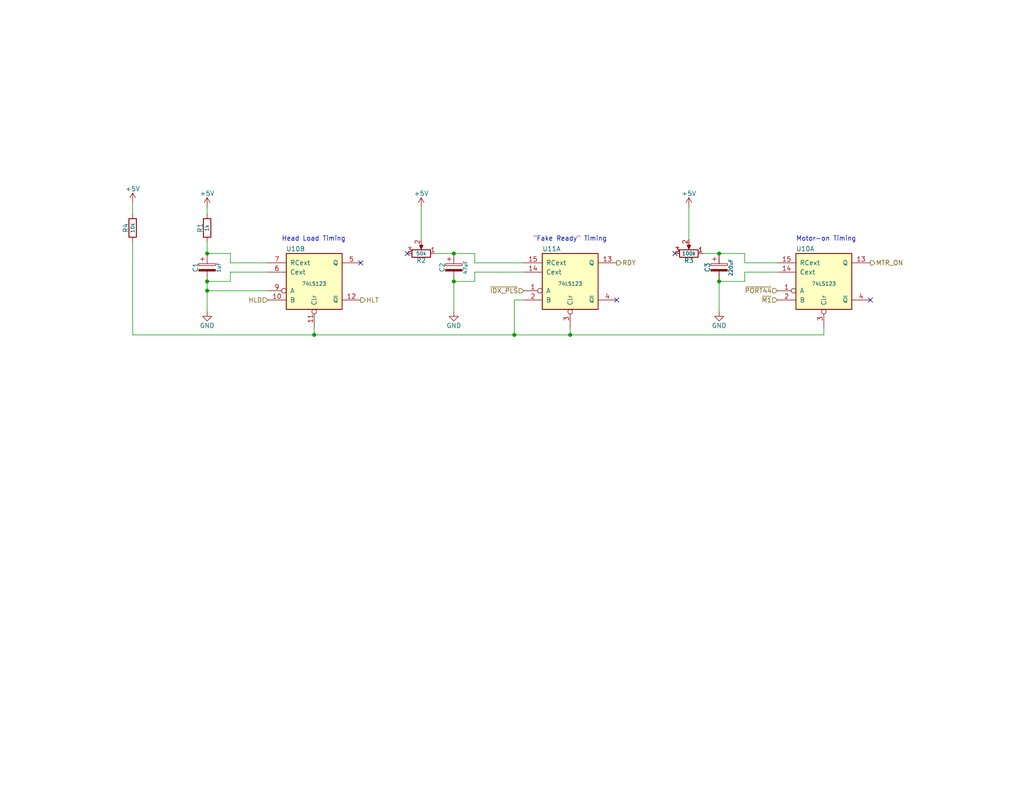
<source format=kicad_sch>
(kicad_sch (version 20250114) (generator "eeschema") (generator_version "9.0")
  (paper "USLetter")
  (title_block (title "Sorcerer Dream Disk") (date "2025-05-04") (rev "1.1") (company "Marcel Erz (RetroStack), John Halkiadakis, Michael Borthwick (Exidyboy)") (comment 2 "3 monostale multivibrators defining timing of system") (comment 4 "Timer"))
  (lib_symbols
    (symbol "+5V_5" (power) (pin_numbers (hide yes)) (pin_names (offset 0) (hide yes))
      (property "Value" "+5V" (at 0 3.556 0))
      (symbol "+5V_5_0_1"
        (polyline (pts (xy -0.762 1.27) (xy 0 2.54)))
        (polyline (pts (xy 0 2.54) (xy 0.762 1.27)))
        (polyline (pts (xy 0 0) (xy 0 2.54)))
      )
      (symbol "+5V_5_1_1"
        (pin power_in line (at 0 0 90) (length 0) (name "~") (number "1"))
      )
    )
    (symbol "74xx:74LS123" (pin_names (offset 1.016))
      (property "Reference" "U" (at -7.62 8.89 0))
      (property "Value" "74LS123" (at -7.62 -8.89 0))
      (symbol "74LS123_1_0"
        (pin input line (at -12.7 5.08 0) (length 5.08) (name "RCext") (number "15"))
        (pin input line (at -12.7 2.54 0) (length 5.08) (name "Cext") (number "14"))
        (pin input inverted (at -12.7 -2.54 0) (length 5.08) (name "A") (number "1"))
        (pin input line (at -12.7 -5.08 0) (length 5.08) (name "B") (number "2"))
        (pin input inverted (at 0 -12.7 90) (length 5.08) (name "Clr") (number "3"))
        (pin output line (at 12.7 5.08 180) (length 5.08) (name "Q") (number "13"))
        (pin output line (at 12.7 -5.08 180) (length 5.08) (name "~{Q}") (number "4"))
      )
      (symbol "74LS123_1_1"
        (rectangle (start -7.62 7.62) (end 7.62 -7.62) (stroke (width 0.254)) (fill (type background)))
      )
      (symbol "74LS123_2_0"
        (pin input line (at -12.7 5.08 0) (length 5.08) (name "RCext") (number "7"))
        (pin input line (at -12.7 2.54 0) (length 5.08) (name "Cext") (number "6"))
        (pin input inverted (at -12.7 -2.54 0) (length 5.08) (name "A") (number "9"))
        (pin input line (at -12.7 -5.08 0) (length 5.08) (name "B") (number "10"))
        (pin input inverted (at 0 -12.7 90) (length 5.08) (name "Clr") (number "11"))
        (pin output line (at 12.7 5.08 180) (length 5.08) (name "Q") (number "5"))
        (pin output line (at 12.7 -5.08 180) (length 5.08) (name "~{Q}") (number "12"))
      )
      (symbol "74LS123_2_1"
        (rectangle (start -7.62 7.62) (end 7.62 -7.62) (stroke (width 0.254)) (fill (type background)))
      )
      (symbol "74LS123_3_0"
        (pin power_in line (at 0 12.7 270) (length 5.08) (name "VCC") (number "16"))
        (pin power_in line (at 0 -12.7 90) (length 5.08) (name "GND") (number "8"))
      )
      (symbol "74LS123_3_1"
        (rectangle (start -5.08 7.62) (end 5.08 -7.62) (stroke (width 0.254)) (fill (type background)))
      )
    )
    (symbol "Device:C_Polarized" (pin_numbers (hide yes)) (pin_names (offset 0.254))
      (property "Reference" "C" (at 0.635 2.54 0))
      (property "Value" "C_Polarized" (at 0.635 -2.54 0))
      (symbol "C_Polarized_0_1"
        (rectangle (start -2.286 0.508) (end 2.286 1.016))
        (polyline (pts (xy -1.778 2.286) (xy -0.762 2.286)))
        (polyline (pts (xy -1.27 2.794) (xy -1.27 1.778)))
        (rectangle (start 2.286 -0.508) (end -2.286 -1.016) (fill (type outline)))
      )
      (symbol "C_Polarized_1_1"
        (pin passive line (at 0 3.81 270) (length 2.794) (name "~") (number "1"))
        (pin passive line (at 0 -3.81 90) (length 2.794) (name "~") (number "2"))
      )
    )
    (symbol "Device:R" (pin_numbers (hide yes)) (pin_names (offset 0))
      (property "Reference" "R" (at 2.032 0 90))
      (property "Value" "R" (at 0 0 90))
      (symbol "R_0_1"
        (rectangle (start -1.016 -2.54) (end 1.016 2.54) (stroke (width 0.254)))
      )
      (symbol "R_1_1"
        (pin passive line (at 0 3.81 270) (length 1.27) (name "~") (number "1"))
        (pin passive line (at 0 -3.81 90) (length 1.27) (name "~") (number "2"))
      )
    )
    (symbol "Device:R_Potentiometer" (pin_names (offset 1.016) (hide yes))
      (property "Reference" "RV" (at -4.445 0 90))
      (property "Value" "R_Potentiometer" (at -2.54 0 90))
      (symbol "R_Potentiometer_0_1"
        (rectangle (start 1.016 2.54) (end -1.016 -2.54) (stroke (width 0.254)))
        (polyline (pts (xy 1.143 0) (xy 2.286 0.508) (xy 2.286 -0.508) (xy 1.143 0)) (fill (type outline)))
        (polyline (pts (xy 2.54 0) (xy 1.524 0)))
      )
      (symbol "R_Potentiometer_1_1"
        (pin passive line (at 0 3.81 270) (length 1.27) (name "1") (number "1"))
        (pin passive line (at 0 -3.81 90) (length 1.27) (name "3") (number "3"))
        (pin passive line (at 3.81 0 180) (length 1.27) (name "2") (number "2"))
      )
    )
    (symbol "GND_1" (power) (pin_numbers (hide yes)) (pin_names (offset 0) (hide yes))
      (property "Value" "GND" (at 0 -3.81 0))
      (symbol "GND_1_0_1"
        (polyline (pts (xy 0 0) (xy 0 -1.27) (xy 1.27 -1.27) (xy 0 -2.54) (xy -1.27 -1.27) (xy 0 -1.27)))
      )
      (symbol "GND_1_1_1"
        (pin power_in line (at 0 0 270) (length 0) (name "~") (number "1"))
      )
    )
  )
  (text "\"Fake Ready\" Timing" (at 145.415 66.04 0) (effects (font (size 1.27 1.27)) (justify left bottom)))
  (text "Head Load Timing" (at 76.835 66.04 0) (effects (font (size 1.27 1.27)) (justify left bottom)))
  (text "Motor-on Timing" (at 217.17 66.04 0) (effects (font (size 1.27 1.27)) (justify left bottom)))
  (junction (at 123.825 69.215))
  (junction (at 196.215 69.215))
  (junction (at 85.725 91.44))
  (junction (at 123.825 76.835))
  (junction (at 196.215 76.835))
  (junction (at 56.515 76.835))
  (junction (at 140.335 91.44))
  (junction (at 56.515 79.375))
  (junction (at 56.515 69.215))
  (junction (at 155.575 91.44))
  (no_connect (at 237.49 81.915))
  (no_connect (at 98.425 71.755))
  (no_connect (at 111.125 69.215))
  (no_connect (at 168.275 81.915))
  (no_connect (at 184.15 69.215))
  (wire (pts (xy 62.865 76.835) (xy 56.515 76.835)))
  (wire (pts (xy 62.865 71.755) (xy 62.865 69.215)))
  (wire (pts (xy 123.825 76.835) (xy 123.825 85.09)))
  (wire (pts (xy 36.195 66.04) (xy 36.195 91.44)))
  (wire (pts (xy 56.515 79.375) (xy 73.025 79.375)))
  (wire (pts (xy 56.515 79.375) (xy 56.515 85.09)))
  (wire (pts (xy 203.2 76.835) (xy 196.215 76.835)))
  (wire (pts (xy 129.54 69.215) (xy 123.825 69.215)))
  (wire (pts (xy 129.54 76.835) (xy 123.825 76.835)))
  (wire (pts (xy 203.2 71.755) (xy 203.2 69.215)))
  (wire (pts (xy 56.515 58.42) (xy 56.515 56.515)))
  (wire (pts (xy 155.575 89.535) (xy 155.575 91.44)))
  (wire (pts (xy 62.865 69.215) (xy 56.515 69.215)))
  (wire (pts (xy 129.54 71.755) (xy 129.54 69.215)))
  (wire (pts (xy 203.2 74.295) (xy 203.2 76.835)))
  (wire (pts (xy 140.335 81.915) (xy 142.875 81.915)))
  (wire (pts (xy 56.515 76.835) (xy 56.515 79.375)))
  (wire (pts (xy 62.865 74.295) (xy 73.025 74.295)))
  (wire (pts (xy 36.195 55.245) (xy 36.195 58.42)))
  (wire (pts (xy 203.2 69.215) (xy 196.215 69.215)))
  (wire (pts (xy 140.335 91.44) (xy 155.575 91.44)))
  (wire (pts (xy 62.865 74.295) (xy 62.865 76.835)))
  (wire (pts (xy 191.77 69.215) (xy 196.215 69.215)))
  (wire (pts (xy 129.54 74.295) (xy 129.54 76.835)))
  (wire (pts (xy 129.54 74.295) (xy 142.875 74.295)))
  (wire (pts (xy 140.335 81.915) (xy 140.335 91.44)))
  (wire (pts (xy 203.2 71.755) (xy 212.09 71.755)))
  (wire (pts (xy 36.195 91.44) (xy 85.725 91.44)))
  (wire (pts (xy 129.54 71.755) (xy 142.875 71.755)))
  (wire (pts (xy 114.935 56.515) (xy 114.935 65.405)))
  (wire (pts (xy 196.215 76.835) (xy 196.215 85.09)))
  (wire (pts (xy 56.515 66.04) (xy 56.515 69.215)))
  (wire (pts (xy 62.865 71.755) (xy 73.025 71.755)))
  (wire (pts (xy 85.725 91.44) (xy 85.725 89.535)))
  (wire (pts (xy 85.725 91.44) (xy 140.335 91.44)))
  (wire (pts (xy 203.2 74.295) (xy 212.09 74.295)))
  (wire (pts (xy 224.79 89.535) (xy 224.79 91.44)))
  (wire (pts (xy 155.575 91.44) (xy 224.79 91.44)))
  (wire (pts (xy 187.96 56.515) (xy 187.96 65.405)))
  (wire (pts (xy 118.745 69.215) (xy 123.825 69.215)))
  (hierarchical_label "HLD" (shape input) (at 73.025 81.915 180))
  (hierarchical_label "MTR_ON" (shape output) (at 237.49 71.755 0))
  (hierarchical_label "RDY" (shape output) (at 168.275 71.755 0))
  (hierarchical_label "~{IDX_PLS}" (shape input) (at 142.875 79.375 180))
  (hierarchical_label "HLT" (shape output) (at 98.425 81.915 0))
  (hierarchical_label "~{PORT44}" (shape input) (at 212.09 79.375 180))
  (hierarchical_label "~{M1}" (shape input) (at 212.09 81.915 180))
  (symbol (lib_id "Device:C_Polarized") (at 56.515 73.025 0) (unit 1)
    (property "Reference" "C1" (at 53.34 73.025 90))
    (property "Value" "1uF" (at 59.69 73.025 90) (effects (font (size 1 1))))
    (property "Footprint" "Capacitor_THT:CP_Radial_D5.0mm_P2.00mm" (effects (hide yes)))
  )
  (symbol (lib_id "Device:C_Polarized") (at 123.825 73.025 0) (unit 1)
    (property "Reference" "C2" (at 120.65 73.025 90))
    (property "Value" "47uF" (at 127 73.025 90) (effects (font (size 1 1))))
    (property "Footprint" "Capacitor_THT:CP_Radial_D5.0mm_P2.00mm" (effects (hide yes)))
  )
  (symbol (lib_name "+5V_5") (lib_id "power:+5V") (at 187.96 56.515 0) (unit 1)
    (property "Reference" "#PWR045" (effects (hide yes)))
    (property "Value" "+5V" (at 187.96 52.832 0))
    (property "Description" "Power symbol creates a global label with name \"+5V\"" (effects (hide yes)))
  )
  (symbol (lib_id "74xx:74LS123") (at 224.79 76.835 0) (unit 1)
    (property "Reference" "U10" (at 219.71 67.945 0))
    (property "Value" "74LS123" (at 224.79 77.47 0) (effects (font (size 1 1))))
    (property "Footprint" "Package_DIP:DIP-16_W7.62mm" (effects (hide yes)))
    (property "Datasheet" "http://www.ti.com/lit/gpn/sn74LS123" (effects (hide yes)))
  )
  (symbol (lib_name "GND_1") (lib_id "power:GND") (at 56.515 85.09 0) (unit 1)
    (property "Reference" "#PWR014" (effects (hide yes)))
    (property "Value" "GND" (at 56.515 88.9 0))
    (property "Description" "Power symbol creates a global label with name \"GND\" , ground" (effects (hide yes)))
  )
  (symbol (lib_name "GND_1") (lib_id "power:GND") (at 123.825 85.09 0) (unit 1)
    (property "Reference" "#PWR012" (effects (hide yes)))
    (property "Value" "GND" (at 123.825 88.9 0))
    (property "Description" "Power symbol creates a global label with name \"GND\" , ground" (effects (hide yes)))
  )
  (symbol (lib_id "Device:R") (at 56.515 62.23 0) (unit 1)
    (property "Reference" "R1" (at 54.61 62.23 90))
    (property "Value" "1k" (at 56.515 62.23 90) (effects (font (size 1 1))))
    (property "Footprint" "Resistor_THT:R_Axial_DIN0207_L6.3mm_D2.5mm_P7.62mm_Horizontal" (effects (hide yes)))
  )
  (symbol (lib_id "Device:R_Potentiometer") (at 114.935 69.215 270) (mirror x) (unit 1)
    (property "Reference" "R2" (at 114.935 71.12 90))
    (property "Value" "50k" (at 114.935 69.215 90) (effects (font (size 1 1))))
    (property "Footprint" "Footprint:R_Pot (Bourns 3306P)" (effects (hide yes)))
  )
  (symbol (lib_name "+5V_5") (lib_id "power:+5V") (at 36.195 55.245 0) (unit 1)
    (property "Reference" "#PWR048" (effects (hide yes)))
    (property "Value" "+5V" (at 36.195 51.562 0))
    (property "Description" "Power symbol creates a global label with name \"+5V\"" (effects (hide yes)))
  )
  (symbol (lib_name "GND_1") (lib_id "power:GND") (at 196.215 85.09 0) (unit 1)
    (property "Reference" "#PWR010" (effects (hide yes)))
    (property "Value" "GND" (at 196.215 88.9 0))
    (property "Description" "Power symbol creates a global label with name \"GND\" , ground" (effects (hide yes)))
  )
  (symbol (lib_id "74xx:74LS123") (at 155.575 76.835 0) (unit 1)
    (property "Reference" "U11" (at 150.495 67.945 0))
    (property "Value" "74LS123" (at 155.575 77.47 0) (effects (font (size 1 1))))
    (property "Footprint" "Package_DIP:DIP-16_W7.62mm" (effects (hide yes)))
    (property "Datasheet" "http://www.ti.com/lit/gpn/sn74LS123" (effects (hide yes)))
  )
  (symbol (lib_id "Device:R_Potentiometer") (at 187.96 69.215 270) (mirror x) (unit 1)
    (property "Reference" "R3" (at 187.96 71.12 90))
    (property "Value" "100k" (at 187.96 69.215 90) (effects (font (size 1 1))))
    (property "Footprint" "Footprint:R_Pot (Bourns 3306P)" (effects (hide yes)))
  )
  (symbol (lib_name "+5V_5") (lib_id "power:+5V") (at 114.935 56.515 0) (unit 1)
    (property "Reference" "#PWR046" (effects (hide yes)))
    (property "Value" "+5V" (at 114.935 52.832 0))
    (property "Description" "Power symbol creates a global label with name \"+5V\"" (effects (hide yes)))
  )
  (symbol (lib_id "Device:C_Polarized") (at 196.215 73.025 0) (unit 1)
    (property "Reference" "C3" (at 193.04 73.025 90))
    (property "Value" "220uF" (at 199.39 73.025 90) (effects (font (size 1 1))))
    (property "Footprint" "Capacitor_THT:CP_Radial_D6.3mm_P2.50mm" (effects (hide yes)))
  )
  (symbol (lib_id "74xx:74LS123") (at 85.725 76.835 0) (unit 2)
    (property "Reference" "U10" (at 80.645 67.945 0))
    (property "Value" "74LS123" (at 85.725 77.47 0) (effects (font (size 1 1))))
    (property "Footprint" "Package_DIP:DIP-16_W7.62mm" (effects (hide yes)))
    (property "Datasheet" "http://www.ti.com/lit/gpn/sn74LS123" (effects (hide yes)))
  )
  (symbol (lib_id "Device:R") (at 36.195 62.23 0) (unit 1)
    (property "Reference" "R4" (at 34.29 62.23 90))
    (property "Value" "10k" (at 36.195 62.23 90) (effects (font (size 1 1))))
    (property "Footprint" "Resistor_THT:R_Axial_DIN0207_L6.3mm_D2.5mm_P7.62mm_Horizontal" (effects (hide yes)))
  )
  (symbol (lib_name "+5V_5") (lib_id "power:+5V") (at 56.515 56.515 0) (unit 1)
    (property "Reference" "#PWR047" (effects (hide yes)))
    (property "Value" "+5V" (at 56.515 52.832 0))
    (property "Description" "Power symbol creates a global label with name \"+5V\"" (effects (hide yes)))
  )
)
</source>
